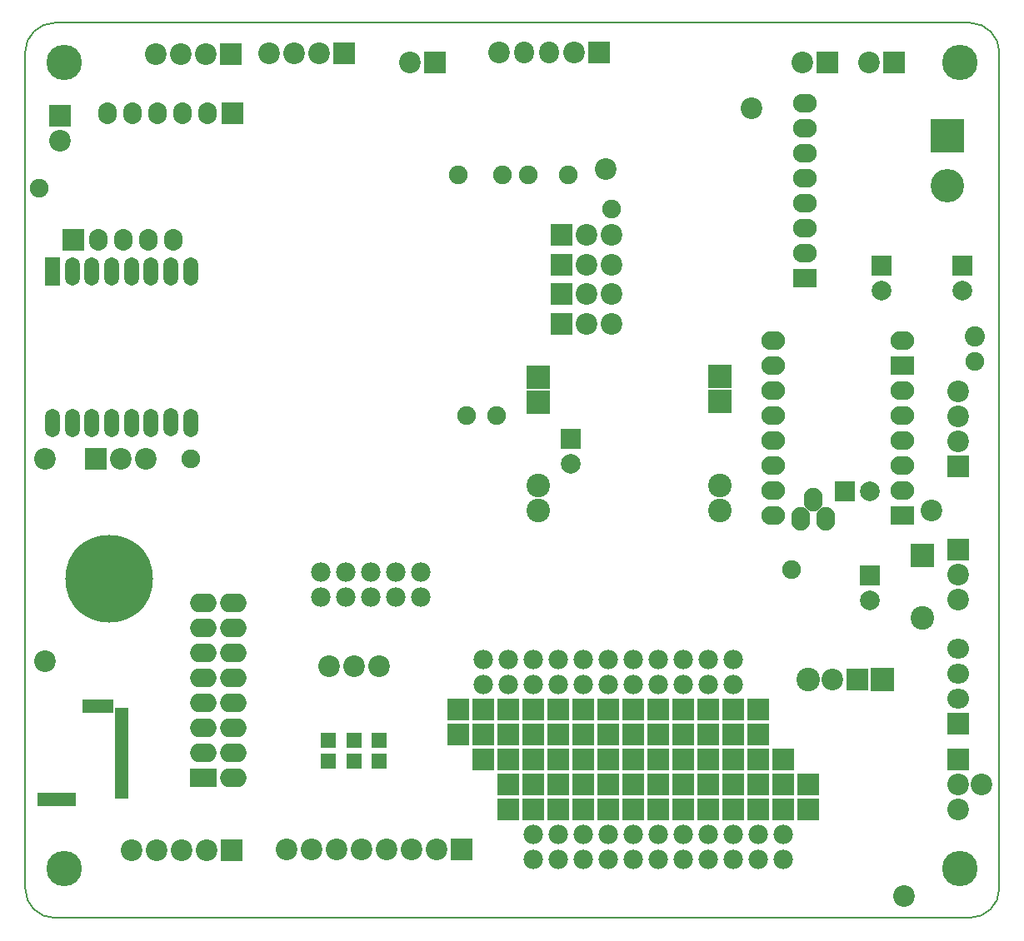
<source format=gbr>
G04 #@! TF.FileFunction,Soldermask,Bot*
%FSLAX46Y46*%
G04 Gerber Fmt 4.6, Leading zero omitted, Abs format (unit mm)*
G04 Created by KiCad (PCBNEW 4.0.7) date 05/25/18 22:12:56*
%MOMM*%
%LPD*%
G01*
G04 APERTURE LIST*
%ADD10C,0.100000*%
%ADD11C,0.150000*%
%ADD12R,1.500000X2.900000*%
%ADD13O,1.500000X2.900000*%
%ADD14R,2.686000X1.924000*%
%ADD15O,2.686000X1.924000*%
%ADD16O,2.400000X1.924000*%
%ADD17R,2.400000X1.924000*%
%ADD18R,2.200000X2.200000*%
%ADD19O,2.200000X2.000000*%
%ADD20O,1.900000X2.200000*%
%ADD21C,8.900000*%
%ADD22R,2.000000X2.000000*%
%ADD23C,2.000000*%
%ADD24C,3.600000*%
%ADD25C,2.200000*%
%ADD26C,2.400000*%
%ADD27R,2.398980X2.398980*%
%ADD28R,2.400000X2.400000*%
%ADD29O,2.000000X2.200000*%
%ADD30O,2.400000X1.900000*%
%ADD31R,2.400000X1.900000*%
%ADD32O,1.900000X2.400000*%
%ADD33C,1.900000*%
%ADD34R,1.598880X1.598880*%
%ADD35R,0.806400X1.314400*%
%ADD36R,1.314400X0.806400*%
%ADD37C,1.965000*%
%ADD38C,2.050000*%
%ADD39R,2.300000X2.300000*%
%ADD40R,3.399740X3.399740*%
%ADD41C,3.399740*%
G04 APERTURE END LIST*
D10*
D11*
X22000000Y-135000000D02*
G75*
G03X25000000Y-138000000I3000000J0D01*
G01*
X118000000Y-138000000D02*
G75*
G03X121000000Y-135000000I0J3000000D01*
G01*
X121000000Y-50000000D02*
G75*
G03X118000000Y-47000000I-3000000J0D01*
G01*
X25000000Y-47000000D02*
G75*
G03X22000000Y-50000000I0J-3000000D01*
G01*
X118000000Y-138000000D02*
X25000000Y-138000000D01*
X121000000Y-50000000D02*
X121000000Y-135000000D01*
X25000000Y-47000000D02*
X118000000Y-47000000D01*
X22000000Y-135000000D02*
X22000000Y-50000000D01*
D12*
X24800000Y-72300000D03*
D13*
X26800000Y-72300000D03*
X28800000Y-72300000D03*
X30800000Y-72300000D03*
X32800000Y-72300000D03*
X34800000Y-72300000D03*
X36800000Y-72300000D03*
X38800000Y-72300000D03*
X38800000Y-87700000D03*
X36800000Y-87600000D03*
X34800000Y-87700000D03*
X32800000Y-87700000D03*
X30800000Y-87700000D03*
X28800000Y-87700000D03*
X26800000Y-87700000D03*
X24800000Y-87700000D03*
D14*
X40106000Y-123800000D03*
D15*
X40106000Y-121260000D03*
X40106000Y-118720000D03*
X40106000Y-116180000D03*
X40106000Y-113640000D03*
X40106000Y-111100000D03*
X40106000Y-108560000D03*
X40106000Y-106020000D03*
X43154000Y-123800000D03*
X43154000Y-121260000D03*
X43154000Y-118720000D03*
X43154000Y-116180000D03*
X43154000Y-113640000D03*
X43154000Y-111100000D03*
X43154000Y-108560000D03*
X43154000Y-106020000D03*
D16*
X101200000Y-55220000D03*
X101200000Y-57760000D03*
X101200000Y-60300000D03*
X101200000Y-62840000D03*
X101200000Y-65380000D03*
X101200000Y-67920000D03*
X101200000Y-70460000D03*
D17*
X101200000Y-73000000D03*
D18*
X116800000Y-118220000D03*
D19*
X116800000Y-115680000D03*
X116800000Y-113140000D03*
X116800000Y-110600000D03*
D18*
X26860000Y-69100000D03*
D20*
X29400000Y-69100000D03*
X31940000Y-69100000D03*
X34480000Y-69100000D03*
X37020000Y-69100000D03*
D18*
X43040000Y-56200000D03*
D20*
X40500000Y-56200000D03*
X37960000Y-56200000D03*
X35420000Y-56200000D03*
X32880000Y-56200000D03*
X30340000Y-56200000D03*
D21*
X30500000Y-103500000D03*
D22*
X77400000Y-89330000D03*
D23*
X77400000Y-91870000D03*
D24*
X117000000Y-51000000D03*
X26000000Y-133000000D03*
D18*
X76485981Y-68593021D03*
D25*
X79025981Y-68593021D03*
X81565981Y-68593021D03*
D18*
X76485980Y-74593021D03*
D25*
X79025980Y-74593021D03*
X81565980Y-74593021D03*
X95800000Y-55700000D03*
D22*
X117200000Y-71730000D03*
D23*
X117200000Y-74270000D03*
D22*
X109000000Y-71730000D03*
D23*
X109000000Y-74270000D03*
D26*
X113200000Y-107510000D03*
D27*
X113200000Y-101160000D03*
D18*
X66390000Y-131000000D03*
D25*
X63850000Y-131000000D03*
X61310000Y-131000000D03*
X58770000Y-131000000D03*
X56230000Y-131000000D03*
X53690000Y-131000000D03*
X51150000Y-131000000D03*
X48610000Y-131000000D03*
X114100000Y-96600000D03*
D18*
X76485981Y-71593020D03*
D25*
X79025981Y-71593020D03*
X81565981Y-71593020D03*
D18*
X76485981Y-77593021D03*
D25*
X79025981Y-77593021D03*
X81565981Y-77593021D03*
D22*
X105330000Y-94600000D03*
D23*
X107870000Y-94600000D03*
D22*
X107800000Y-103200000D03*
D23*
X107800000Y-105740000D03*
D26*
X92600000Y-96540000D03*
X92600000Y-94000000D03*
D28*
X92600000Y-85500000D03*
X92600000Y-82960000D03*
X74100000Y-83000000D03*
X74100000Y-85540000D03*
D26*
X74100000Y-94040000D03*
X74100000Y-96540000D03*
D24*
X117000000Y-133000000D03*
X26000000Y-51000000D03*
D25*
X24000000Y-111900000D03*
D18*
X80280000Y-50000000D03*
D25*
X77740000Y-50000000D03*
D29*
X75200000Y-50000000D03*
X72660000Y-50000000D03*
D25*
X70120000Y-50000000D03*
D18*
X25500000Y-56460000D03*
D25*
X25500000Y-59000000D03*
D18*
X110270000Y-51000000D03*
D25*
X107730000Y-51000000D03*
D18*
X116800000Y-92080000D03*
D25*
X116800000Y-89540000D03*
X116800000Y-87000000D03*
X116800000Y-84460000D03*
D18*
X103520000Y-51000000D03*
D25*
X100980000Y-51000000D03*
X111300000Y-135800000D03*
D18*
X106601183Y-113756224D03*
D25*
X104061183Y-113756224D03*
D18*
X42940000Y-50200000D03*
D25*
X40400000Y-50200000D03*
X37860000Y-50200000D03*
X35320000Y-50200000D03*
D18*
X116800000Y-121860000D03*
D25*
X116800000Y-124400000D03*
X116800000Y-126940000D03*
D18*
X54440000Y-50100000D03*
D25*
X51900000Y-50100000D03*
X49360000Y-50100000D03*
X46820000Y-50100000D03*
D18*
X116800000Y-100600000D03*
D25*
X116800000Y-103140000D03*
X116800000Y-105680000D03*
D18*
X63670000Y-51000000D03*
D25*
X61130000Y-51000000D03*
D18*
X29160000Y-91300000D03*
D25*
X31700000Y-91300000D03*
X34240000Y-91300000D03*
D28*
X109131183Y-113756224D03*
D26*
X101531183Y-113756224D03*
D30*
X111150000Y-79310000D03*
D31*
X111150000Y-81850000D03*
D30*
X111150000Y-84390000D03*
X111150000Y-86930000D03*
X111150000Y-92010000D03*
X111150000Y-94550000D03*
X111150000Y-89470000D03*
D31*
X111150000Y-97090000D03*
D30*
X98050000Y-92010000D03*
X98050000Y-79310000D03*
X98050000Y-81850000D03*
X98050000Y-86930000D03*
X98050000Y-97090000D03*
X98050000Y-84390000D03*
X98050000Y-89470000D03*
X98050000Y-94550000D03*
D32*
X100790000Y-97390000D03*
X102060000Y-95520000D03*
X103330000Y-97390000D03*
D33*
X118500000Y-81400000D03*
X77200000Y-62500000D03*
X70500000Y-62500000D03*
X73100000Y-62500000D03*
X81600000Y-65950000D03*
X66000000Y-62500000D03*
X69900000Y-86900000D03*
X66900000Y-86900000D03*
X23400000Y-63800000D03*
X38800000Y-91300000D03*
D25*
X24003000Y-91313000D03*
X119200000Y-124400000D03*
X57940000Y-112400000D03*
X55400000Y-112400000D03*
X52860000Y-112400000D03*
D18*
X42980000Y-131100000D03*
D25*
X40440000Y-131100000D03*
X37900000Y-131100000D03*
X35360000Y-131100000D03*
X32820000Y-131100000D03*
D34*
X58000000Y-119950980D03*
X58000000Y-122049020D03*
X55400000Y-119950980D03*
X55400000Y-122049020D03*
X52800000Y-119950980D03*
X52800000Y-122049020D03*
D35*
X23652000Y-126000000D03*
X24414000Y-126000000D03*
X25176000Y-126000000D03*
X25938000Y-126000000D03*
X26700000Y-126000000D03*
D36*
X31764760Y-125441200D03*
X31764760Y-124679200D03*
X31764760Y-123917200D03*
X31764760Y-123155200D03*
X31764760Y-122393200D03*
X31764760Y-121631200D03*
X31764760Y-120869200D03*
X31764760Y-120107200D03*
X31764760Y-119345200D03*
X31764760Y-118583200D03*
X31764760Y-117821200D03*
X31764760Y-117059200D03*
D35*
X30515080Y-116500400D03*
X29753080Y-116500400D03*
X28991080Y-116500400D03*
X28229080Y-116500400D03*
D37*
X73660000Y-129540000D03*
X76200000Y-129540000D03*
X78740000Y-129540000D03*
X81280000Y-129540000D03*
X83820000Y-129540000D03*
X86360000Y-129540000D03*
X88900000Y-129540000D03*
X91440000Y-129540000D03*
X93980000Y-129540000D03*
X96520000Y-129540000D03*
X99060000Y-129540000D03*
D25*
X81000000Y-61900000D03*
D38*
X118500000Y-78900000D03*
D39*
X71120000Y-127000000D03*
X73660000Y-127000000D03*
X76200000Y-127000000D03*
X78740000Y-127000000D03*
X81280000Y-127000000D03*
X83820000Y-127000000D03*
X86360000Y-127000000D03*
X88900000Y-127000000D03*
X91440000Y-127000000D03*
X93980000Y-127000000D03*
X96520000Y-127000000D03*
X99060000Y-127000000D03*
X101600000Y-127000000D03*
D37*
X68580000Y-114300000D03*
X71120000Y-114300000D03*
X73660000Y-114300000D03*
X76200000Y-114300000D03*
X78740000Y-114300000D03*
X81280000Y-114300000D03*
X83820000Y-114300000D03*
X86360000Y-114300000D03*
X88900000Y-114300000D03*
X91440000Y-114300000D03*
X93980000Y-114300000D03*
D39*
X66040000Y-116840000D03*
X68580000Y-116840000D03*
X71120000Y-116840000D03*
X73660000Y-116840000D03*
X76200000Y-116840000D03*
X78740000Y-116840000D03*
X81280000Y-116840000D03*
X83820000Y-116840000D03*
X86360000Y-116840000D03*
X88900000Y-116840000D03*
X91440000Y-116840000D03*
X93980000Y-116840000D03*
X96520000Y-116840000D03*
X68580000Y-121920000D03*
X71120000Y-121920000D03*
X73660000Y-121920000D03*
X76200000Y-121920000D03*
X78740000Y-121920000D03*
X81280000Y-121920000D03*
X83820000Y-121920000D03*
X86360000Y-121920000D03*
X88900000Y-121920000D03*
X91440000Y-121920000D03*
X93980000Y-121920000D03*
X96520000Y-121920000D03*
X99060000Y-121920000D03*
D37*
X52070000Y-102870000D03*
X54610000Y-102870000D03*
X57150000Y-102870000D03*
X59690000Y-102870000D03*
X62230000Y-102870000D03*
X52070000Y-105410000D03*
X54610000Y-105410000D03*
X57150000Y-105410000D03*
X59690000Y-105410000D03*
X62230000Y-105410000D03*
X73660000Y-132080000D03*
X76200000Y-132080000D03*
X78740000Y-132080000D03*
X81280000Y-132080000D03*
X83820000Y-132080000D03*
X86360000Y-132080000D03*
X88900000Y-132080000D03*
X91440000Y-132080000D03*
X93980000Y-132080000D03*
X96520000Y-132080000D03*
X99060000Y-132080000D03*
D39*
X66040000Y-119380000D03*
X68580000Y-119380000D03*
X71120000Y-119380000D03*
X73660000Y-119380000D03*
X76200000Y-119380000D03*
X78740000Y-119380000D03*
X81280000Y-119380000D03*
X83820000Y-119380000D03*
X86360000Y-119380000D03*
X88900000Y-119380000D03*
X91440000Y-119380000D03*
X93980000Y-119380000D03*
X96520000Y-119380000D03*
X71120000Y-124460000D03*
X73660000Y-124460000D03*
X76200000Y-124460000D03*
X78740000Y-124460000D03*
X81280000Y-124460000D03*
X83820000Y-124460000D03*
X86360000Y-124460000D03*
X88900000Y-124460000D03*
X91440000Y-124460000D03*
X93980000Y-124460000D03*
X96520000Y-124460000D03*
X99060000Y-124460000D03*
X101600000Y-124460000D03*
D37*
X68580000Y-111760000D03*
X71120000Y-111760000D03*
X73660000Y-111760000D03*
X76200000Y-111760000D03*
X78740000Y-111760000D03*
X81280000Y-111760000D03*
X83820000Y-111760000D03*
X86360000Y-111760000D03*
X88900000Y-111760000D03*
X91440000Y-111760000D03*
X93980000Y-111760000D03*
D33*
X99900000Y-102600000D03*
D40*
X115700000Y-58500000D03*
D41*
X115700000Y-63580000D03*
M02*

</source>
